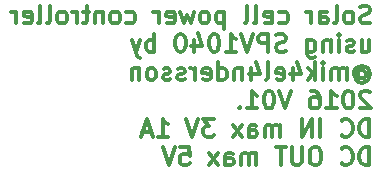
<source format=gbo>
G04 #@! TF.FileFunction,Legend,Bot*
%FSLAX46Y46*%
G04 Gerber Fmt 4.6, Leading zero omitted, Abs format (unit mm)*
G04 Created by KiCad (PCBNEW 4.0.1-stable) date Tisdag 22 Mars 2016 22:05:33*
%MOMM*%
G01*
G04 APERTURE LIST*
%ADD10C,0.100000*%
%ADD11C,0.300000*%
G04 APERTURE END LIST*
D10*
D11*
X191389286Y-108182143D02*
X191175000Y-108253571D01*
X190817857Y-108253571D01*
X190675000Y-108182143D01*
X190603571Y-108110714D01*
X190532143Y-107967857D01*
X190532143Y-107825000D01*
X190603571Y-107682143D01*
X190675000Y-107610714D01*
X190817857Y-107539286D01*
X191103571Y-107467857D01*
X191246429Y-107396429D01*
X191317857Y-107325000D01*
X191389286Y-107182143D01*
X191389286Y-107039286D01*
X191317857Y-106896429D01*
X191246429Y-106825000D01*
X191103571Y-106753571D01*
X190746429Y-106753571D01*
X190532143Y-106825000D01*
X189675000Y-108253571D02*
X189817858Y-108182143D01*
X189889286Y-108110714D01*
X189960715Y-107967857D01*
X189960715Y-107539286D01*
X189889286Y-107396429D01*
X189817858Y-107325000D01*
X189675000Y-107253571D01*
X189460715Y-107253571D01*
X189317858Y-107325000D01*
X189246429Y-107396429D01*
X189175000Y-107539286D01*
X189175000Y-107967857D01*
X189246429Y-108110714D01*
X189317858Y-108182143D01*
X189460715Y-108253571D01*
X189675000Y-108253571D01*
X188317857Y-108253571D02*
X188460715Y-108182143D01*
X188532143Y-108039286D01*
X188532143Y-106753571D01*
X187103572Y-108253571D02*
X187103572Y-107467857D01*
X187175001Y-107325000D01*
X187317858Y-107253571D01*
X187603572Y-107253571D01*
X187746429Y-107325000D01*
X187103572Y-108182143D02*
X187246429Y-108253571D01*
X187603572Y-108253571D01*
X187746429Y-108182143D01*
X187817858Y-108039286D01*
X187817858Y-107896429D01*
X187746429Y-107753571D01*
X187603572Y-107682143D01*
X187246429Y-107682143D01*
X187103572Y-107610714D01*
X186389286Y-108253571D02*
X186389286Y-107253571D01*
X186389286Y-107539286D02*
X186317858Y-107396429D01*
X186246429Y-107325000D01*
X186103572Y-107253571D01*
X185960715Y-107253571D01*
X183675001Y-108182143D02*
X183817858Y-108253571D01*
X184103572Y-108253571D01*
X184246430Y-108182143D01*
X184317858Y-108110714D01*
X184389287Y-107967857D01*
X184389287Y-107539286D01*
X184317858Y-107396429D01*
X184246430Y-107325000D01*
X184103572Y-107253571D01*
X183817858Y-107253571D01*
X183675001Y-107325000D01*
X182460716Y-108182143D02*
X182603573Y-108253571D01*
X182889287Y-108253571D01*
X183032144Y-108182143D01*
X183103573Y-108039286D01*
X183103573Y-107467857D01*
X183032144Y-107325000D01*
X182889287Y-107253571D01*
X182603573Y-107253571D01*
X182460716Y-107325000D01*
X182389287Y-107467857D01*
X182389287Y-107610714D01*
X183103573Y-107753571D01*
X181532144Y-108253571D02*
X181675002Y-108182143D01*
X181746430Y-108039286D01*
X181746430Y-106753571D01*
X180746430Y-108253571D02*
X180889288Y-108182143D01*
X180960716Y-108039286D01*
X180960716Y-106753571D01*
X179032145Y-107253571D02*
X179032145Y-108753571D01*
X179032145Y-107325000D02*
X178889288Y-107253571D01*
X178603574Y-107253571D01*
X178460717Y-107325000D01*
X178389288Y-107396429D01*
X178317859Y-107539286D01*
X178317859Y-107967857D01*
X178389288Y-108110714D01*
X178460717Y-108182143D01*
X178603574Y-108253571D01*
X178889288Y-108253571D01*
X179032145Y-108182143D01*
X177460716Y-108253571D02*
X177603574Y-108182143D01*
X177675002Y-108110714D01*
X177746431Y-107967857D01*
X177746431Y-107539286D01*
X177675002Y-107396429D01*
X177603574Y-107325000D01*
X177460716Y-107253571D01*
X177246431Y-107253571D01*
X177103574Y-107325000D01*
X177032145Y-107396429D01*
X176960716Y-107539286D01*
X176960716Y-107967857D01*
X177032145Y-108110714D01*
X177103574Y-108182143D01*
X177246431Y-108253571D01*
X177460716Y-108253571D01*
X176460716Y-107253571D02*
X176175002Y-108253571D01*
X175889288Y-107539286D01*
X175603573Y-108253571D01*
X175317859Y-107253571D01*
X174175002Y-108182143D02*
X174317859Y-108253571D01*
X174603573Y-108253571D01*
X174746430Y-108182143D01*
X174817859Y-108039286D01*
X174817859Y-107467857D01*
X174746430Y-107325000D01*
X174603573Y-107253571D01*
X174317859Y-107253571D01*
X174175002Y-107325000D01*
X174103573Y-107467857D01*
X174103573Y-107610714D01*
X174817859Y-107753571D01*
X173460716Y-108253571D02*
X173460716Y-107253571D01*
X173460716Y-107539286D02*
X173389288Y-107396429D01*
X173317859Y-107325000D01*
X173175002Y-107253571D01*
X173032145Y-107253571D01*
X170746431Y-108182143D02*
X170889288Y-108253571D01*
X171175002Y-108253571D01*
X171317860Y-108182143D01*
X171389288Y-108110714D01*
X171460717Y-107967857D01*
X171460717Y-107539286D01*
X171389288Y-107396429D01*
X171317860Y-107325000D01*
X171175002Y-107253571D01*
X170889288Y-107253571D01*
X170746431Y-107325000D01*
X169889288Y-108253571D02*
X170032146Y-108182143D01*
X170103574Y-108110714D01*
X170175003Y-107967857D01*
X170175003Y-107539286D01*
X170103574Y-107396429D01*
X170032146Y-107325000D01*
X169889288Y-107253571D01*
X169675003Y-107253571D01*
X169532146Y-107325000D01*
X169460717Y-107396429D01*
X169389288Y-107539286D01*
X169389288Y-107967857D01*
X169460717Y-108110714D01*
X169532146Y-108182143D01*
X169675003Y-108253571D01*
X169889288Y-108253571D01*
X168746431Y-107253571D02*
X168746431Y-108253571D01*
X168746431Y-107396429D02*
X168675003Y-107325000D01*
X168532145Y-107253571D01*
X168317860Y-107253571D01*
X168175003Y-107325000D01*
X168103574Y-107467857D01*
X168103574Y-108253571D01*
X167603574Y-107253571D02*
X167032145Y-107253571D01*
X167389288Y-106753571D02*
X167389288Y-108039286D01*
X167317860Y-108182143D01*
X167175002Y-108253571D01*
X167032145Y-108253571D01*
X166532145Y-108253571D02*
X166532145Y-107253571D01*
X166532145Y-107539286D02*
X166460717Y-107396429D01*
X166389288Y-107325000D01*
X166246431Y-107253571D01*
X166103574Y-107253571D01*
X165389288Y-108253571D02*
X165532146Y-108182143D01*
X165603574Y-108110714D01*
X165675003Y-107967857D01*
X165675003Y-107539286D01*
X165603574Y-107396429D01*
X165532146Y-107325000D01*
X165389288Y-107253571D01*
X165175003Y-107253571D01*
X165032146Y-107325000D01*
X164960717Y-107396429D01*
X164889288Y-107539286D01*
X164889288Y-107967857D01*
X164960717Y-108110714D01*
X165032146Y-108182143D01*
X165175003Y-108253571D01*
X165389288Y-108253571D01*
X164032145Y-108253571D02*
X164175003Y-108182143D01*
X164246431Y-108039286D01*
X164246431Y-106753571D01*
X163246431Y-108253571D02*
X163389289Y-108182143D01*
X163460717Y-108039286D01*
X163460717Y-106753571D01*
X162103575Y-108182143D02*
X162246432Y-108253571D01*
X162532146Y-108253571D01*
X162675003Y-108182143D01*
X162746432Y-108039286D01*
X162746432Y-107467857D01*
X162675003Y-107325000D01*
X162532146Y-107253571D01*
X162246432Y-107253571D01*
X162103575Y-107325000D01*
X162032146Y-107467857D01*
X162032146Y-107610714D01*
X162746432Y-107753571D01*
X161389289Y-108253571D02*
X161389289Y-107253571D01*
X161389289Y-107539286D02*
X161317861Y-107396429D01*
X161246432Y-107325000D01*
X161103575Y-107253571D01*
X160960718Y-107253571D01*
X190675000Y-109653571D02*
X190675000Y-110653571D01*
X191317857Y-109653571D02*
X191317857Y-110439286D01*
X191246429Y-110582143D01*
X191103571Y-110653571D01*
X190889286Y-110653571D01*
X190746429Y-110582143D01*
X190675000Y-110510714D01*
X190032143Y-110582143D02*
X189889286Y-110653571D01*
X189603571Y-110653571D01*
X189460714Y-110582143D01*
X189389286Y-110439286D01*
X189389286Y-110367857D01*
X189460714Y-110225000D01*
X189603571Y-110153571D01*
X189817857Y-110153571D01*
X189960714Y-110082143D01*
X190032143Y-109939286D01*
X190032143Y-109867857D01*
X189960714Y-109725000D01*
X189817857Y-109653571D01*
X189603571Y-109653571D01*
X189460714Y-109725000D01*
X188746428Y-110653571D02*
X188746428Y-109653571D01*
X188746428Y-109153571D02*
X188817857Y-109225000D01*
X188746428Y-109296429D01*
X188675000Y-109225000D01*
X188746428Y-109153571D01*
X188746428Y-109296429D01*
X188032142Y-109653571D02*
X188032142Y-110653571D01*
X188032142Y-109796429D02*
X187960714Y-109725000D01*
X187817856Y-109653571D01*
X187603571Y-109653571D01*
X187460714Y-109725000D01*
X187389285Y-109867857D01*
X187389285Y-110653571D01*
X186032142Y-109653571D02*
X186032142Y-110867857D01*
X186103571Y-111010714D01*
X186174999Y-111082143D01*
X186317856Y-111153571D01*
X186532142Y-111153571D01*
X186674999Y-111082143D01*
X186032142Y-110582143D02*
X186174999Y-110653571D01*
X186460713Y-110653571D01*
X186603571Y-110582143D01*
X186674999Y-110510714D01*
X186746428Y-110367857D01*
X186746428Y-109939286D01*
X186674999Y-109796429D01*
X186603571Y-109725000D01*
X186460713Y-109653571D01*
X186174999Y-109653571D01*
X186032142Y-109725000D01*
X184246428Y-110582143D02*
X184032142Y-110653571D01*
X183674999Y-110653571D01*
X183532142Y-110582143D01*
X183460713Y-110510714D01*
X183389285Y-110367857D01*
X183389285Y-110225000D01*
X183460713Y-110082143D01*
X183532142Y-110010714D01*
X183674999Y-109939286D01*
X183960713Y-109867857D01*
X184103571Y-109796429D01*
X184174999Y-109725000D01*
X184246428Y-109582143D01*
X184246428Y-109439286D01*
X184174999Y-109296429D01*
X184103571Y-109225000D01*
X183960713Y-109153571D01*
X183603571Y-109153571D01*
X183389285Y-109225000D01*
X182746428Y-110653571D02*
X182746428Y-109153571D01*
X182175000Y-109153571D01*
X182032142Y-109225000D01*
X181960714Y-109296429D01*
X181889285Y-109439286D01*
X181889285Y-109653571D01*
X181960714Y-109796429D01*
X182032142Y-109867857D01*
X182175000Y-109939286D01*
X182746428Y-109939286D01*
X181460714Y-109153571D02*
X180960714Y-110653571D01*
X180460714Y-109153571D01*
X179175000Y-110653571D02*
X180032143Y-110653571D01*
X179603571Y-110653571D02*
X179603571Y-109153571D01*
X179746428Y-109367857D01*
X179889286Y-109510714D01*
X180032143Y-109582143D01*
X178246429Y-109153571D02*
X178103572Y-109153571D01*
X177960715Y-109225000D01*
X177889286Y-109296429D01*
X177817857Y-109439286D01*
X177746429Y-109725000D01*
X177746429Y-110082143D01*
X177817857Y-110367857D01*
X177889286Y-110510714D01*
X177960715Y-110582143D01*
X178103572Y-110653571D01*
X178246429Y-110653571D01*
X178389286Y-110582143D01*
X178460715Y-110510714D01*
X178532143Y-110367857D01*
X178603572Y-110082143D01*
X178603572Y-109725000D01*
X178532143Y-109439286D01*
X178460715Y-109296429D01*
X178389286Y-109225000D01*
X178246429Y-109153571D01*
X176460715Y-109653571D02*
X176460715Y-110653571D01*
X176817858Y-109082143D02*
X177175001Y-110153571D01*
X176246429Y-110153571D01*
X175389287Y-109153571D02*
X175246430Y-109153571D01*
X175103573Y-109225000D01*
X175032144Y-109296429D01*
X174960715Y-109439286D01*
X174889287Y-109725000D01*
X174889287Y-110082143D01*
X174960715Y-110367857D01*
X175032144Y-110510714D01*
X175103573Y-110582143D01*
X175246430Y-110653571D01*
X175389287Y-110653571D01*
X175532144Y-110582143D01*
X175603573Y-110510714D01*
X175675001Y-110367857D01*
X175746430Y-110082143D01*
X175746430Y-109725000D01*
X175675001Y-109439286D01*
X175603573Y-109296429D01*
X175532144Y-109225000D01*
X175389287Y-109153571D01*
X173103573Y-110653571D02*
X173103573Y-109153571D01*
X173103573Y-109725000D02*
X172960716Y-109653571D01*
X172675002Y-109653571D01*
X172532145Y-109725000D01*
X172460716Y-109796429D01*
X172389287Y-109939286D01*
X172389287Y-110367857D01*
X172460716Y-110510714D01*
X172532145Y-110582143D01*
X172675002Y-110653571D01*
X172960716Y-110653571D01*
X173103573Y-110582143D01*
X171889287Y-109653571D02*
X171532144Y-110653571D01*
X171175002Y-109653571D02*
X171532144Y-110653571D01*
X171675002Y-111010714D01*
X171746430Y-111082143D01*
X171889287Y-111153571D01*
X190389286Y-112339286D02*
X190460714Y-112267857D01*
X190603571Y-112196429D01*
X190746429Y-112196429D01*
X190889286Y-112267857D01*
X190960714Y-112339286D01*
X191032143Y-112482143D01*
X191032143Y-112625000D01*
X190960714Y-112767857D01*
X190889286Y-112839286D01*
X190746429Y-112910714D01*
X190603571Y-112910714D01*
X190460714Y-112839286D01*
X190389286Y-112767857D01*
X190389286Y-112196429D02*
X190389286Y-112767857D01*
X190317857Y-112839286D01*
X190246429Y-112839286D01*
X190103571Y-112767857D01*
X190032143Y-112625000D01*
X190032143Y-112267857D01*
X190175000Y-112053571D01*
X190389286Y-111910714D01*
X190675000Y-111839286D01*
X190960714Y-111910714D01*
X191175000Y-112053571D01*
X191317857Y-112267857D01*
X191389286Y-112553571D01*
X191317857Y-112839286D01*
X191175000Y-113053571D01*
X190960714Y-113196429D01*
X190675000Y-113267857D01*
X190389286Y-113196429D01*
X190175000Y-113053571D01*
X189389286Y-113053571D02*
X189389286Y-112053571D01*
X189389286Y-112196429D02*
X189317858Y-112125000D01*
X189175000Y-112053571D01*
X188960715Y-112053571D01*
X188817858Y-112125000D01*
X188746429Y-112267857D01*
X188746429Y-113053571D01*
X188746429Y-112267857D02*
X188675000Y-112125000D01*
X188532143Y-112053571D01*
X188317858Y-112053571D01*
X188175000Y-112125000D01*
X188103572Y-112267857D01*
X188103572Y-113053571D01*
X187389286Y-113053571D02*
X187389286Y-112053571D01*
X187389286Y-111553571D02*
X187460715Y-111625000D01*
X187389286Y-111696429D01*
X187317858Y-111625000D01*
X187389286Y-111553571D01*
X187389286Y-111696429D01*
X186675000Y-113053571D02*
X186675000Y-111553571D01*
X186532143Y-112482143D02*
X186103572Y-113053571D01*
X186103572Y-112053571D02*
X186675000Y-112625000D01*
X184817857Y-112053571D02*
X184817857Y-113053571D01*
X185175000Y-111482143D02*
X185532143Y-112553571D01*
X184603571Y-112553571D01*
X183460715Y-112982143D02*
X183603572Y-113053571D01*
X183889286Y-113053571D01*
X184032143Y-112982143D01*
X184103572Y-112839286D01*
X184103572Y-112267857D01*
X184032143Y-112125000D01*
X183889286Y-112053571D01*
X183603572Y-112053571D01*
X183460715Y-112125000D01*
X183389286Y-112267857D01*
X183389286Y-112410714D01*
X184103572Y-112553571D01*
X182532143Y-113053571D02*
X182675001Y-112982143D01*
X182746429Y-112839286D01*
X182746429Y-111553571D01*
X181317858Y-112053571D02*
X181317858Y-113053571D01*
X181675001Y-111482143D02*
X182032144Y-112553571D01*
X181103572Y-112553571D01*
X180532144Y-112053571D02*
X180532144Y-113053571D01*
X180532144Y-112196429D02*
X180460716Y-112125000D01*
X180317858Y-112053571D01*
X180103573Y-112053571D01*
X179960716Y-112125000D01*
X179889287Y-112267857D01*
X179889287Y-113053571D01*
X178532144Y-113053571D02*
X178532144Y-111553571D01*
X178532144Y-112982143D02*
X178675001Y-113053571D01*
X178960715Y-113053571D01*
X179103573Y-112982143D01*
X179175001Y-112910714D01*
X179246430Y-112767857D01*
X179246430Y-112339286D01*
X179175001Y-112196429D01*
X179103573Y-112125000D01*
X178960715Y-112053571D01*
X178675001Y-112053571D01*
X178532144Y-112125000D01*
X177246430Y-112982143D02*
X177389287Y-113053571D01*
X177675001Y-113053571D01*
X177817858Y-112982143D01*
X177889287Y-112839286D01*
X177889287Y-112267857D01*
X177817858Y-112125000D01*
X177675001Y-112053571D01*
X177389287Y-112053571D01*
X177246430Y-112125000D01*
X177175001Y-112267857D01*
X177175001Y-112410714D01*
X177889287Y-112553571D01*
X176532144Y-113053571D02*
X176532144Y-112053571D01*
X176532144Y-112339286D02*
X176460716Y-112196429D01*
X176389287Y-112125000D01*
X176246430Y-112053571D01*
X176103573Y-112053571D01*
X175675002Y-112982143D02*
X175532145Y-113053571D01*
X175246430Y-113053571D01*
X175103573Y-112982143D01*
X175032145Y-112839286D01*
X175032145Y-112767857D01*
X175103573Y-112625000D01*
X175246430Y-112553571D01*
X175460716Y-112553571D01*
X175603573Y-112482143D01*
X175675002Y-112339286D01*
X175675002Y-112267857D01*
X175603573Y-112125000D01*
X175460716Y-112053571D01*
X175246430Y-112053571D01*
X175103573Y-112125000D01*
X174460716Y-112982143D02*
X174317859Y-113053571D01*
X174032144Y-113053571D01*
X173889287Y-112982143D01*
X173817859Y-112839286D01*
X173817859Y-112767857D01*
X173889287Y-112625000D01*
X174032144Y-112553571D01*
X174246430Y-112553571D01*
X174389287Y-112482143D01*
X174460716Y-112339286D01*
X174460716Y-112267857D01*
X174389287Y-112125000D01*
X174246430Y-112053571D01*
X174032144Y-112053571D01*
X173889287Y-112125000D01*
X172960715Y-113053571D02*
X173103573Y-112982143D01*
X173175001Y-112910714D01*
X173246430Y-112767857D01*
X173246430Y-112339286D01*
X173175001Y-112196429D01*
X173103573Y-112125000D01*
X172960715Y-112053571D01*
X172746430Y-112053571D01*
X172603573Y-112125000D01*
X172532144Y-112196429D01*
X172460715Y-112339286D01*
X172460715Y-112767857D01*
X172532144Y-112910714D01*
X172603573Y-112982143D01*
X172746430Y-113053571D01*
X172960715Y-113053571D01*
X171817858Y-112053571D02*
X171817858Y-113053571D01*
X171817858Y-112196429D02*
X171746430Y-112125000D01*
X171603572Y-112053571D01*
X171389287Y-112053571D01*
X171246430Y-112125000D01*
X171175001Y-112267857D01*
X171175001Y-113053571D01*
X191389286Y-114096429D02*
X191317857Y-114025000D01*
X191175000Y-113953571D01*
X190817857Y-113953571D01*
X190675000Y-114025000D01*
X190603571Y-114096429D01*
X190532143Y-114239286D01*
X190532143Y-114382143D01*
X190603571Y-114596429D01*
X191460714Y-115453571D01*
X190532143Y-115453571D01*
X189603572Y-113953571D02*
X189460715Y-113953571D01*
X189317858Y-114025000D01*
X189246429Y-114096429D01*
X189175000Y-114239286D01*
X189103572Y-114525000D01*
X189103572Y-114882143D01*
X189175000Y-115167857D01*
X189246429Y-115310714D01*
X189317858Y-115382143D01*
X189460715Y-115453571D01*
X189603572Y-115453571D01*
X189746429Y-115382143D01*
X189817858Y-115310714D01*
X189889286Y-115167857D01*
X189960715Y-114882143D01*
X189960715Y-114525000D01*
X189889286Y-114239286D01*
X189817858Y-114096429D01*
X189746429Y-114025000D01*
X189603572Y-113953571D01*
X187675001Y-115453571D02*
X188532144Y-115453571D01*
X188103572Y-115453571D02*
X188103572Y-113953571D01*
X188246429Y-114167857D01*
X188389287Y-114310714D01*
X188532144Y-114382143D01*
X186389287Y-113953571D02*
X186675001Y-113953571D01*
X186817858Y-114025000D01*
X186889287Y-114096429D01*
X187032144Y-114310714D01*
X187103573Y-114596429D01*
X187103573Y-115167857D01*
X187032144Y-115310714D01*
X186960716Y-115382143D01*
X186817858Y-115453571D01*
X186532144Y-115453571D01*
X186389287Y-115382143D01*
X186317858Y-115310714D01*
X186246430Y-115167857D01*
X186246430Y-114810714D01*
X186317858Y-114667857D01*
X186389287Y-114596429D01*
X186532144Y-114525000D01*
X186817858Y-114525000D01*
X186960716Y-114596429D01*
X187032144Y-114667857D01*
X187103573Y-114810714D01*
X184675002Y-113953571D02*
X184175002Y-115453571D01*
X183675002Y-113953571D01*
X182889288Y-113953571D02*
X182746431Y-113953571D01*
X182603574Y-114025000D01*
X182532145Y-114096429D01*
X182460716Y-114239286D01*
X182389288Y-114525000D01*
X182389288Y-114882143D01*
X182460716Y-115167857D01*
X182532145Y-115310714D01*
X182603574Y-115382143D01*
X182746431Y-115453571D01*
X182889288Y-115453571D01*
X183032145Y-115382143D01*
X183103574Y-115310714D01*
X183175002Y-115167857D01*
X183246431Y-114882143D01*
X183246431Y-114525000D01*
X183175002Y-114239286D01*
X183103574Y-114096429D01*
X183032145Y-114025000D01*
X182889288Y-113953571D01*
X180960717Y-115453571D02*
X181817860Y-115453571D01*
X181389288Y-115453571D02*
X181389288Y-113953571D01*
X181532145Y-114167857D01*
X181675003Y-114310714D01*
X181817860Y-114382143D01*
X180317860Y-115310714D02*
X180246432Y-115382143D01*
X180317860Y-115453571D01*
X180389289Y-115382143D01*
X180317860Y-115310714D01*
X180317860Y-115453571D01*
X191317857Y-117853571D02*
X191317857Y-116353571D01*
X190960714Y-116353571D01*
X190746429Y-116425000D01*
X190603571Y-116567857D01*
X190532143Y-116710714D01*
X190460714Y-116996429D01*
X190460714Y-117210714D01*
X190532143Y-117496429D01*
X190603571Y-117639286D01*
X190746429Y-117782143D01*
X190960714Y-117853571D01*
X191317857Y-117853571D01*
X188960714Y-117710714D02*
X189032143Y-117782143D01*
X189246429Y-117853571D01*
X189389286Y-117853571D01*
X189603571Y-117782143D01*
X189746429Y-117639286D01*
X189817857Y-117496429D01*
X189889286Y-117210714D01*
X189889286Y-116996429D01*
X189817857Y-116710714D01*
X189746429Y-116567857D01*
X189603571Y-116425000D01*
X189389286Y-116353571D01*
X189246429Y-116353571D01*
X189032143Y-116425000D01*
X188960714Y-116496429D01*
X187175000Y-117853571D02*
X187175000Y-116353571D01*
X186460714Y-117853571D02*
X186460714Y-116353571D01*
X185603571Y-117853571D01*
X185603571Y-116353571D01*
X183746428Y-117853571D02*
X183746428Y-116853571D01*
X183746428Y-116996429D02*
X183675000Y-116925000D01*
X183532142Y-116853571D01*
X183317857Y-116853571D01*
X183175000Y-116925000D01*
X183103571Y-117067857D01*
X183103571Y-117853571D01*
X183103571Y-117067857D02*
X183032142Y-116925000D01*
X182889285Y-116853571D01*
X182675000Y-116853571D01*
X182532142Y-116925000D01*
X182460714Y-117067857D01*
X182460714Y-117853571D01*
X181103571Y-117853571D02*
X181103571Y-117067857D01*
X181175000Y-116925000D01*
X181317857Y-116853571D01*
X181603571Y-116853571D01*
X181746428Y-116925000D01*
X181103571Y-117782143D02*
X181246428Y-117853571D01*
X181603571Y-117853571D01*
X181746428Y-117782143D01*
X181817857Y-117639286D01*
X181817857Y-117496429D01*
X181746428Y-117353571D01*
X181603571Y-117282143D01*
X181246428Y-117282143D01*
X181103571Y-117210714D01*
X180532142Y-117853571D02*
X179746428Y-116853571D01*
X180532142Y-116853571D02*
X179746428Y-117853571D01*
X178174999Y-116353571D02*
X177246428Y-116353571D01*
X177746428Y-116925000D01*
X177532142Y-116925000D01*
X177389285Y-116996429D01*
X177317856Y-117067857D01*
X177246428Y-117210714D01*
X177246428Y-117567857D01*
X177317856Y-117710714D01*
X177389285Y-117782143D01*
X177532142Y-117853571D01*
X177960714Y-117853571D01*
X178103571Y-117782143D01*
X178174999Y-117710714D01*
X176817857Y-116353571D02*
X176317857Y-117853571D01*
X175817857Y-116353571D01*
X173389286Y-117853571D02*
X174246429Y-117853571D01*
X173817857Y-117853571D02*
X173817857Y-116353571D01*
X173960714Y-116567857D01*
X174103572Y-116710714D01*
X174246429Y-116782143D01*
X172817858Y-117425000D02*
X172103572Y-117425000D01*
X172960715Y-117853571D02*
X172460715Y-116353571D01*
X171960715Y-117853571D01*
X191317857Y-120253571D02*
X191317857Y-118753571D01*
X190960714Y-118753571D01*
X190746429Y-118825000D01*
X190603571Y-118967857D01*
X190532143Y-119110714D01*
X190460714Y-119396429D01*
X190460714Y-119610714D01*
X190532143Y-119896429D01*
X190603571Y-120039286D01*
X190746429Y-120182143D01*
X190960714Y-120253571D01*
X191317857Y-120253571D01*
X188960714Y-120110714D02*
X189032143Y-120182143D01*
X189246429Y-120253571D01*
X189389286Y-120253571D01*
X189603571Y-120182143D01*
X189746429Y-120039286D01*
X189817857Y-119896429D01*
X189889286Y-119610714D01*
X189889286Y-119396429D01*
X189817857Y-119110714D01*
X189746429Y-118967857D01*
X189603571Y-118825000D01*
X189389286Y-118753571D01*
X189246429Y-118753571D01*
X189032143Y-118825000D01*
X188960714Y-118896429D01*
X186889286Y-118753571D02*
X186603572Y-118753571D01*
X186460714Y-118825000D01*
X186317857Y-118967857D01*
X186246429Y-119253571D01*
X186246429Y-119753571D01*
X186317857Y-120039286D01*
X186460714Y-120182143D01*
X186603572Y-120253571D01*
X186889286Y-120253571D01*
X187032143Y-120182143D01*
X187175000Y-120039286D01*
X187246429Y-119753571D01*
X187246429Y-119253571D01*
X187175000Y-118967857D01*
X187032143Y-118825000D01*
X186889286Y-118753571D01*
X185603571Y-118753571D02*
X185603571Y-119967857D01*
X185532143Y-120110714D01*
X185460714Y-120182143D01*
X185317857Y-120253571D01*
X185032143Y-120253571D01*
X184889285Y-120182143D01*
X184817857Y-120110714D01*
X184746428Y-119967857D01*
X184746428Y-118753571D01*
X184246428Y-118753571D02*
X183389285Y-118753571D01*
X183817856Y-120253571D02*
X183817856Y-118753571D01*
X181746428Y-120253571D02*
X181746428Y-119253571D01*
X181746428Y-119396429D02*
X181675000Y-119325000D01*
X181532142Y-119253571D01*
X181317857Y-119253571D01*
X181175000Y-119325000D01*
X181103571Y-119467857D01*
X181103571Y-120253571D01*
X181103571Y-119467857D02*
X181032142Y-119325000D01*
X180889285Y-119253571D01*
X180675000Y-119253571D01*
X180532142Y-119325000D01*
X180460714Y-119467857D01*
X180460714Y-120253571D01*
X179103571Y-120253571D02*
X179103571Y-119467857D01*
X179175000Y-119325000D01*
X179317857Y-119253571D01*
X179603571Y-119253571D01*
X179746428Y-119325000D01*
X179103571Y-120182143D02*
X179246428Y-120253571D01*
X179603571Y-120253571D01*
X179746428Y-120182143D01*
X179817857Y-120039286D01*
X179817857Y-119896429D01*
X179746428Y-119753571D01*
X179603571Y-119682143D01*
X179246428Y-119682143D01*
X179103571Y-119610714D01*
X178532142Y-120253571D02*
X177746428Y-119253571D01*
X178532142Y-119253571D02*
X177746428Y-120253571D01*
X175317856Y-118753571D02*
X176032142Y-118753571D01*
X176103571Y-119467857D01*
X176032142Y-119396429D01*
X175889285Y-119325000D01*
X175532142Y-119325000D01*
X175389285Y-119396429D01*
X175317856Y-119467857D01*
X175246428Y-119610714D01*
X175246428Y-119967857D01*
X175317856Y-120110714D01*
X175389285Y-120182143D01*
X175532142Y-120253571D01*
X175889285Y-120253571D01*
X176032142Y-120182143D01*
X176103571Y-120110714D01*
X174817857Y-118753571D02*
X174317857Y-120253571D01*
X173817857Y-118753571D01*
M02*

</source>
